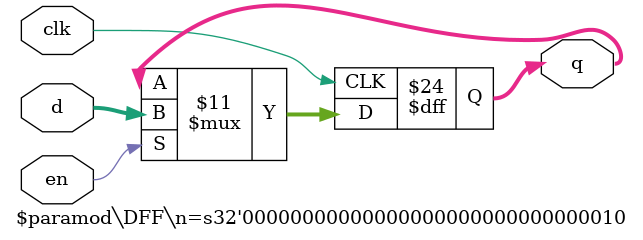
<source format=v>
`define PWIDTH  8
`define IWIDTH  2
//STATE WIDTH
`define S1WIDTH  3
`define S2WIDTH  2
//Encodings for L1 FSM
`define A_T_S 3'b001//About to select item
`define S     3'b010//Selecting item
`define P_C   3'b100// Paying and giving change
//Encodings for L2 FSM
`define IDLE   2'b00 //Idle state, waiting to pay, still selecting the item
`define PAY    2'b01 //Paying state, inserting the money D_10 D_50 price_to_pay > = 0
`define CHANGE 2'b10 //Giving changes price_to_pay < 0

module VM3 (input rst,
            input clk,
            input [1:0] item,
            input sel,
            input D_10,
            input D_50,
            output reg signed[7:0] value,
            output reg [3:0] price,
            output reg [2:0] item_rels,
            output reg change_return);
    
    DP datapath(.rst(rst),.clk(clk),.item(item),.D_10(D_10),.D_50(D_50),.value(value),.price(price),.item_rels(item_rels));
    CP controlpath(.rst(rst),.clk(clk),.sel(sel));
    
endmodule
    
    //DATAPATH
    module DP(input rst,input sel,input clk,input[1:0] item,input D_10,input D_50,output reg signed[7:0] value,output reg[3:0] price,output reg[2:0] item_rels,output reg zero,output reg less);
        
        //Encodings needed
        parameter WATER_P     = 20,BLACK_TEA_P     = 30,COKE_P     = 40,JUICE_P     = 50 ;//Price of products
        localparam  WATER_SIG = 2'b00,BLACK_TEA_SIG = 2'b01,COKE_SIG = 2'b10,JUICE_SIG = 2'b11;//Signals for selections
        localparam  WATER_REL = 3'b100,BLACK_TEA_REL = 3'b101,COKE_REL = 3'b110,JUICE_REL = 3'b111 ;//Release Signals
        
        
        localparam n = `PWIDTH ;
        localparam p = `IWIDTH;
        //Internal Wires
        wire[n-1:0] price_to_pay;
        wire[n-1:0] item_price;
        wire[p-1:0] sel_item;
        reg[n-1:0] m1_out;
        reg[n-1:0] item_value;
        
        reg[n-1:0] item_price_in;
        reg[p-1:0] sel_item_in;
        reg[n-1:0] price_to_pay_in;
        
        //Control Signals
        wire ldp;
        wire changing;
        wire en_rel;
        wire d_value;
        
        //Registers
        DFF #(n) Item_price(.clk(clk),.en(sel),.d(item_price_in),.q(item_price));
        DFF #(n) Price_to_pay(.clk(clk),.en(enP),.d(price_to_pay_in),.q(price_to_pay));
        DFF #(p) Selected_item(.clk(clk),.en(sel),.d(sel_item_in),.q(sel_item));
        
        //Reset Registers
        assign item_price_in   = rst ? 0 : item_value;
        assign sel_item_in     = rst ? 0 : item;
        assign price_to_pay_in = rst ? 0 : m1_out;
        
        //M1 mux for selecting input of price_to_pay register
        always@(*)
        begin
            casex({changing,D_10,D_50,ldp})
                4'b1xxx:    m1_out = price_to_pay + 10;
                4'b01xx:    m1_out = price_to_pay - 10;
                4'b001x:    m1_out = price_to_pay - 50;
                4'bxxx1:    m1_out = item_price;
                default:    m1_out = price_to_pay;
            endcase
        end
        //item_value decoder
        always @(*)
        begin
            case(item)
                WATER_SIG :     item_value = WATER_P;
                BLACK_TEA_SIG:  item_value = BLACK_TEA_P;
                COKE_SIG :      item_value = COKE_P;
                JUICE_SIG:      item_value = JUICE_P;
                default:        item_value = WATER_P;
            endcase
        end
        
        //release_item encoder
        always @(*)begin
            if (en_rel)
            begin
                case(sel_item)
                    WATER_SIG:      item_rels = WATER_REL;
                    BLACK_TEA_SIG:  item_rels = BLACK_TEA_REL;
                    COKE_SIG :      item_rels = COKE_REL;
                    JUICE_SIG :     item_rels = JUICE_REL;
                    default:        item_rels = 0;
                endcase
            end
            else
                item_rels = 0;
        end
        
        //MUX2 for selecting output value
        always@(*)
        begin
            casex(d_value)
                4'b1000: value = item_value;
                4'b0100: value = 0;
                4'b0010: value = item_price;
                4'b0001: value = price_to_pay;
                default: value = item_value;
            endcase
        end
        //Price->value encoder
        always@(*)
        begin
            case(value)
                0:  price      = 4'b0000;
                10: price      = 4'b0001;
                20: price      = 4'b0010;
                30: price      = 4'b0011;
                40: price      = 4'b0100;
                50: price      = 4'b0101;
                -40:price      = 4'b1100;
                -30:price      = 4'b1101;
                -20:price      = 4'b1110;
                -10:price      = 4'b1111;
                default: price = 4'b0000;
            endcase
        end
        //Check if price_to_pay == 0
        assign zero = (price_to_pay == 0);
        //Check if price_to_pay < 0
        assign less = (price_to_pay < 0);
    endmodule
        
        //CONTROL_PATH
        module CP(input sel,
            input rst,
            input clk,
            output reg enP,
            output reg ldP,
            output reg d_value,
            output reg en_rel,
            output reg changing,
            output reg ldp);
            
            
            
        endmodule
            
            module DFF#(parameter n = 4)(input clk,input en,input[n-1:0] d,output reg[n-1:0] q);
                always@(posedge clk)
                    q <= en ? d : q;
            endmodule
                
                
                module L1_FSM(input rst,input clk,input sel,output reg action,output reg enP);
                    parameter L1 = `S1WIDTH;
                    reg[L1-1:0] next_state1;
                    reg[L1-1:0] next_state;

                    wire[L1-1:0] current_state;
                    
                    //State_reg
                    DFF #(L1) L1_state_reg(.clk(clk),.en(1),.d(next_state),.q(current_state));
                    
                    //Reset
                    assign next_state = rst ? `A_T_S : next_state1;
                    
                    //Next_state_logic
                    always@(*)
                    begin
                        case(current_state)
                            `A_T_S:
                            next_state1 = sel ? `S : `A_T_S;
                            `S:
                            next_state1 = sel ? `S : `P_C;
                            `P_C:
                            next_state1 = sel ? `S : `P_C;
                            default:
                            next_state1 = `IDLE;
                        endcase
                    end
                    //Output_logic
                    always@(*)
                    begin
                        case(current_state)
                            `A_T_S:
                            {enP,action} = {1'b0,1'b0};
                            `S:
                            {enP,action} = {1'b1,1'b0};
                            `P_C:
                            {enP,action} = {1'b1,1'b1};
                            default:
                            {enP,action} = {1'b0,1'b0};
                        endcase
                    end
                endmodule
                    
                    module L2_FSM(input rst,input clk,input action,input zero,input less,input signed[7:0] price_to_pay,output reg enRel,output changing,output d_value,output ldp);
                        parameter L2 = `S2WIDTH;
                        
                        
                        reg[L2-1:0] next_state1;
                        reg[L2-1:0] next_state;

                        wire[L2-1:0] current_state;
                        
                        //State register
                        DFF #(L2) L2_state_reg(.clk(clk),.en(1),.d(next_state),.q(current_state));
                        
                        //Reset state registers,we dont have to reset state register like this.
                        assign next_state = rst ? `IDLE  : next_state1;
                        
                        //Next state logic
                        always@(*)
                        begin
                            case(current_state)
                                `IDLE:
                                next_state = action ? `PAY : `IDLE;
                                `PAY:
                                if (zero)
                                    next_state = action ? `PAY : `IDLE;
                                else
                                    next_state = less ? `CHANGE : `PAY;
                                    `CHANGE:
                                    next_state = zero ? (action? `IDLE : `PAY ) : `CHANGE;
                                    default:
                                    next_state = `IDLE;
                            endcase
                        end
                        //Output logic
                        always@(*)
                        begin
                          case(current_state)
                            `IDLE:
                                ;


                          endcase
                        
                        end
                        
                    endmodule
                        
                        
                        
                        

</source>
